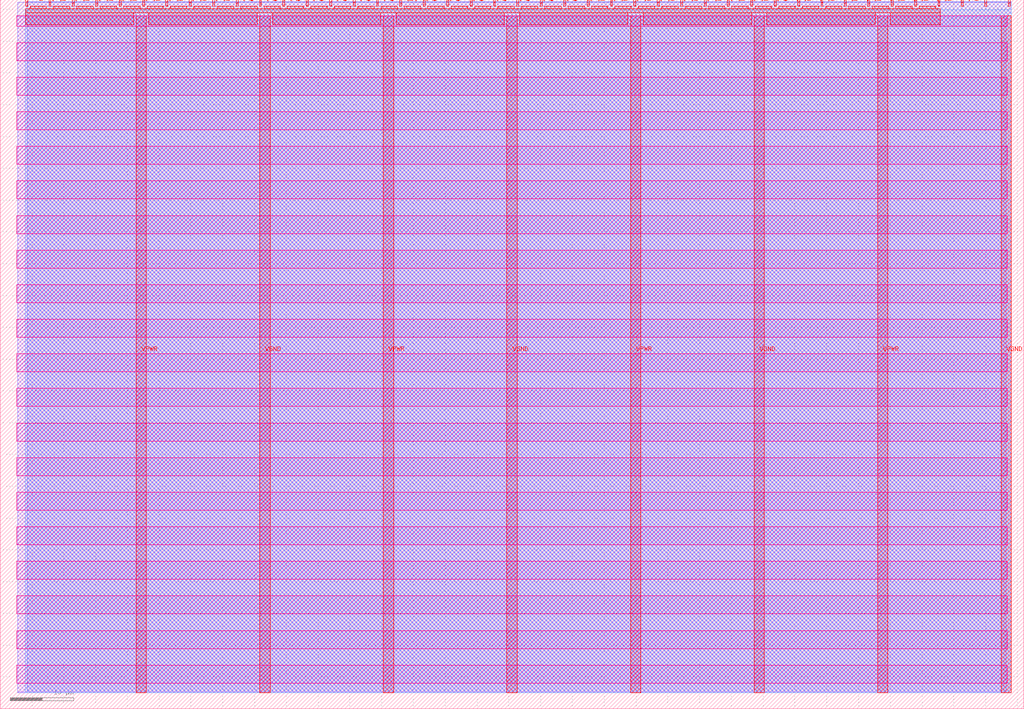
<source format=lef>
VERSION 5.7 ;
  NOWIREEXTENSIONATPIN ON ;
  DIVIDERCHAR "/" ;
  BUSBITCHARS "[]" ;
MACRO tt_um_wokwi_387720610194863105
  CLASS BLOCK ;
  FOREIGN tt_um_wokwi_387720610194863105 ;
  ORIGIN 0.000 0.000 ;
  SIZE 161.000 BY 111.520 ;
  PIN VGND
    DIRECTION INOUT ;
    USE GROUND ;
    PORT
      LAYER met4 ;
        RECT 40.830 2.480 42.430 109.040 ;
    END
    PORT
      LAYER met4 ;
        RECT 79.700 2.480 81.300 109.040 ;
    END
    PORT
      LAYER met4 ;
        RECT 118.570 2.480 120.170 109.040 ;
    END
    PORT
      LAYER met4 ;
        RECT 157.440 2.480 159.040 109.040 ;
    END
  END VGND
  PIN VPWR
    DIRECTION INOUT ;
    USE POWER ;
    PORT
      LAYER met4 ;
        RECT 21.395 2.480 22.995 109.040 ;
    END
    PORT
      LAYER met4 ;
        RECT 60.265 2.480 61.865 109.040 ;
    END
    PORT
      LAYER met4 ;
        RECT 99.135 2.480 100.735 109.040 ;
    END
    PORT
      LAYER met4 ;
        RECT 138.005 2.480 139.605 109.040 ;
    END
  END VPWR
  PIN clk
    DIRECTION INPUT ;
    USE SIGNAL ;
    PORT
      LAYER met4 ;
        RECT 154.870 110.520 155.170 111.520 ;
    END
  END clk
  PIN ena
    DIRECTION INPUT ;
    USE SIGNAL ;
    PORT
      LAYER met4 ;
        RECT 158.550 110.520 158.850 111.520 ;
    END
  END ena
  PIN rst_n
    DIRECTION INPUT ;
    USE SIGNAL ;
    PORT
      LAYER met4 ;
        RECT 151.190 110.520 151.490 111.520 ;
    END
  END rst_n
  PIN ui_in[0]
    DIRECTION INPUT ;
    USE SIGNAL ;
    ANTENNAGATEAREA 0.196500 ;
    PORT
      LAYER met4 ;
        RECT 147.510 110.520 147.810 111.520 ;
    END
  END ui_in[0]
  PIN ui_in[1]
    DIRECTION INPUT ;
    USE SIGNAL ;
    ANTENNAGATEAREA 0.196500 ;
    PORT
      LAYER met4 ;
        RECT 143.830 110.520 144.130 111.520 ;
    END
  END ui_in[1]
  PIN ui_in[2]
    DIRECTION INPUT ;
    USE SIGNAL ;
    ANTENNAGATEAREA 0.196500 ;
    PORT
      LAYER met4 ;
        RECT 140.150 110.520 140.450 111.520 ;
    END
  END ui_in[2]
  PIN ui_in[3]
    DIRECTION INPUT ;
    USE SIGNAL ;
    ANTENNAGATEAREA 0.196500 ;
    PORT
      LAYER met4 ;
        RECT 136.470 110.520 136.770 111.520 ;
    END
  END ui_in[3]
  PIN ui_in[4]
    DIRECTION INPUT ;
    USE SIGNAL ;
    ANTENNAGATEAREA 0.196500 ;
    PORT
      LAYER met4 ;
        RECT 132.790 110.520 133.090 111.520 ;
    END
  END ui_in[4]
  PIN ui_in[5]
    DIRECTION INPUT ;
    USE SIGNAL ;
    ANTENNAGATEAREA 0.196500 ;
    PORT
      LAYER met4 ;
        RECT 129.110 110.520 129.410 111.520 ;
    END
  END ui_in[5]
  PIN ui_in[6]
    DIRECTION INPUT ;
    USE SIGNAL ;
    ANTENNAGATEAREA 0.196500 ;
    PORT
      LAYER met4 ;
        RECT 125.430 110.520 125.730 111.520 ;
    END
  END ui_in[6]
  PIN ui_in[7]
    DIRECTION INPUT ;
    USE SIGNAL ;
    ANTENNAGATEAREA 0.196500 ;
    PORT
      LAYER met4 ;
        RECT 121.750 110.520 122.050 111.520 ;
    END
  END ui_in[7]
  PIN uio_in[0]
    DIRECTION INPUT ;
    USE SIGNAL ;
    PORT
      LAYER met4 ;
        RECT 118.070 110.520 118.370 111.520 ;
    END
  END uio_in[0]
  PIN uio_in[1]
    DIRECTION INPUT ;
    USE SIGNAL ;
    PORT
      LAYER met4 ;
        RECT 114.390 110.520 114.690 111.520 ;
    END
  END uio_in[1]
  PIN uio_in[2]
    DIRECTION INPUT ;
    USE SIGNAL ;
    PORT
      LAYER met4 ;
        RECT 110.710 110.520 111.010 111.520 ;
    END
  END uio_in[2]
  PIN uio_in[3]
    DIRECTION INPUT ;
    USE SIGNAL ;
    PORT
      LAYER met4 ;
        RECT 107.030 110.520 107.330 111.520 ;
    END
  END uio_in[3]
  PIN uio_in[4]
    DIRECTION INPUT ;
    USE SIGNAL ;
    PORT
      LAYER met4 ;
        RECT 103.350 110.520 103.650 111.520 ;
    END
  END uio_in[4]
  PIN uio_in[5]
    DIRECTION INPUT ;
    USE SIGNAL ;
    PORT
      LAYER met4 ;
        RECT 99.670 110.520 99.970 111.520 ;
    END
  END uio_in[5]
  PIN uio_in[6]
    DIRECTION INPUT ;
    USE SIGNAL ;
    PORT
      LAYER met4 ;
        RECT 95.990 110.520 96.290 111.520 ;
    END
  END uio_in[6]
  PIN uio_in[7]
    DIRECTION INPUT ;
    USE SIGNAL ;
    PORT
      LAYER met4 ;
        RECT 92.310 110.520 92.610 111.520 ;
    END
  END uio_in[7]
  PIN uio_oe[0]
    DIRECTION OUTPUT TRISTATE ;
    USE SIGNAL ;
    PORT
      LAYER met4 ;
        RECT 29.750 110.520 30.050 111.520 ;
    END
  END uio_oe[0]
  PIN uio_oe[1]
    DIRECTION OUTPUT TRISTATE ;
    USE SIGNAL ;
    PORT
      LAYER met4 ;
        RECT 26.070 110.520 26.370 111.520 ;
    END
  END uio_oe[1]
  PIN uio_oe[2]
    DIRECTION OUTPUT TRISTATE ;
    USE SIGNAL ;
    PORT
      LAYER met4 ;
        RECT 22.390 110.520 22.690 111.520 ;
    END
  END uio_oe[2]
  PIN uio_oe[3]
    DIRECTION OUTPUT TRISTATE ;
    USE SIGNAL ;
    PORT
      LAYER met4 ;
        RECT 18.710 110.520 19.010 111.520 ;
    END
  END uio_oe[3]
  PIN uio_oe[4]
    DIRECTION OUTPUT TRISTATE ;
    USE SIGNAL ;
    PORT
      LAYER met4 ;
        RECT 15.030 110.520 15.330 111.520 ;
    END
  END uio_oe[4]
  PIN uio_oe[5]
    DIRECTION OUTPUT TRISTATE ;
    USE SIGNAL ;
    PORT
      LAYER met4 ;
        RECT 11.350 110.520 11.650 111.520 ;
    END
  END uio_oe[5]
  PIN uio_oe[6]
    DIRECTION OUTPUT TRISTATE ;
    USE SIGNAL ;
    PORT
      LAYER met4 ;
        RECT 7.670 110.520 7.970 111.520 ;
    END
  END uio_oe[6]
  PIN uio_oe[7]
    DIRECTION OUTPUT TRISTATE ;
    USE SIGNAL ;
    PORT
      LAYER met4 ;
        RECT 3.990 110.520 4.290 111.520 ;
    END
  END uio_oe[7]
  PIN uio_out[0]
    DIRECTION OUTPUT TRISTATE ;
    USE SIGNAL ;
    PORT
      LAYER met4 ;
        RECT 59.190 110.520 59.490 111.520 ;
    END
  END uio_out[0]
  PIN uio_out[1]
    DIRECTION OUTPUT TRISTATE ;
    USE SIGNAL ;
    PORT
      LAYER met4 ;
        RECT 55.510 110.520 55.810 111.520 ;
    END
  END uio_out[1]
  PIN uio_out[2]
    DIRECTION OUTPUT TRISTATE ;
    USE SIGNAL ;
    PORT
      LAYER met4 ;
        RECT 51.830 110.520 52.130 111.520 ;
    END
  END uio_out[2]
  PIN uio_out[3]
    DIRECTION OUTPUT TRISTATE ;
    USE SIGNAL ;
    PORT
      LAYER met4 ;
        RECT 48.150 110.520 48.450 111.520 ;
    END
  END uio_out[3]
  PIN uio_out[4]
    DIRECTION OUTPUT TRISTATE ;
    USE SIGNAL ;
    PORT
      LAYER met4 ;
        RECT 44.470 110.520 44.770 111.520 ;
    END
  END uio_out[4]
  PIN uio_out[5]
    DIRECTION OUTPUT TRISTATE ;
    USE SIGNAL ;
    PORT
      LAYER met4 ;
        RECT 40.790 110.520 41.090 111.520 ;
    END
  END uio_out[5]
  PIN uio_out[6]
    DIRECTION OUTPUT TRISTATE ;
    USE SIGNAL ;
    PORT
      LAYER met4 ;
        RECT 37.110 110.520 37.410 111.520 ;
    END
  END uio_out[6]
  PIN uio_out[7]
    DIRECTION OUTPUT TRISTATE ;
    USE SIGNAL ;
    PORT
      LAYER met4 ;
        RECT 33.430 110.520 33.730 111.520 ;
    END
  END uio_out[7]
  PIN uo_out[0]
    DIRECTION OUTPUT TRISTATE ;
    USE SIGNAL ;
    ANTENNADIFFAREA 0.795200 ;
    PORT
      LAYER met4 ;
        RECT 88.630 110.520 88.930 111.520 ;
    END
  END uo_out[0]
  PIN uo_out[1]
    DIRECTION OUTPUT TRISTATE ;
    USE SIGNAL ;
    ANTENNADIFFAREA 0.445500 ;
    PORT
      LAYER met4 ;
        RECT 84.950 110.520 85.250 111.520 ;
    END
  END uo_out[1]
  PIN uo_out[2]
    DIRECTION OUTPUT TRISTATE ;
    USE SIGNAL ;
    ANTENNADIFFAREA 0.795200 ;
    PORT
      LAYER met4 ;
        RECT 81.270 110.520 81.570 111.520 ;
    END
  END uo_out[2]
  PIN uo_out[3]
    DIRECTION OUTPUT TRISTATE ;
    USE SIGNAL ;
    ANTENNADIFFAREA 0.445500 ;
    PORT
      LAYER met4 ;
        RECT 77.590 110.520 77.890 111.520 ;
    END
  END uo_out[3]
  PIN uo_out[4]
    DIRECTION OUTPUT TRISTATE ;
    USE SIGNAL ;
    ANTENNADIFFAREA 0.795200 ;
    PORT
      LAYER met4 ;
        RECT 73.910 110.520 74.210 111.520 ;
    END
  END uo_out[4]
  PIN uo_out[5]
    DIRECTION OUTPUT TRISTATE ;
    USE SIGNAL ;
    ANTENNADIFFAREA 0.795200 ;
    PORT
      LAYER met4 ;
        RECT 70.230 110.520 70.530 111.520 ;
    END
  END uo_out[5]
  PIN uo_out[6]
    DIRECTION OUTPUT TRISTATE ;
    USE SIGNAL ;
    ANTENNADIFFAREA 0.795200 ;
    PORT
      LAYER met4 ;
        RECT 66.550 110.520 66.850 111.520 ;
    END
  END uo_out[6]
  PIN uo_out[7]
    DIRECTION OUTPUT TRISTATE ;
    USE SIGNAL ;
    ANTENNADIFFAREA 0.795200 ;
    PORT
      LAYER met4 ;
        RECT 62.870 110.520 63.170 111.520 ;
    END
  END uo_out[7]
  OBS
      LAYER nwell ;
        RECT 2.570 107.385 158.430 108.990 ;
        RECT 2.570 101.945 158.430 104.775 ;
        RECT 2.570 96.505 158.430 99.335 ;
        RECT 2.570 91.065 158.430 93.895 ;
        RECT 2.570 85.625 158.430 88.455 ;
        RECT 2.570 80.185 158.430 83.015 ;
        RECT 2.570 74.745 158.430 77.575 ;
        RECT 2.570 69.305 158.430 72.135 ;
        RECT 2.570 63.865 158.430 66.695 ;
        RECT 2.570 58.425 158.430 61.255 ;
        RECT 2.570 52.985 158.430 55.815 ;
        RECT 2.570 47.545 158.430 50.375 ;
        RECT 2.570 42.105 158.430 44.935 ;
        RECT 2.570 36.665 158.430 39.495 ;
        RECT 2.570 31.225 158.430 34.055 ;
        RECT 2.570 25.785 158.430 28.615 ;
        RECT 2.570 20.345 158.430 23.175 ;
        RECT 2.570 14.905 158.430 17.735 ;
        RECT 2.570 9.465 158.430 12.295 ;
        RECT 2.570 4.025 158.430 6.855 ;
      LAYER li1 ;
        RECT 2.760 2.635 158.240 108.885 ;
      LAYER met1 ;
        RECT 2.760 2.480 159.040 111.140 ;
      LAYER met2 ;
        RECT 4.230 2.535 159.010 111.170 ;
      LAYER met3 ;
        RECT 3.950 2.555 159.030 109.985 ;
      LAYER met4 ;
        RECT 4.690 110.120 7.270 110.520 ;
        RECT 8.370 110.120 10.950 110.520 ;
        RECT 12.050 110.120 14.630 110.520 ;
        RECT 15.730 110.120 18.310 110.520 ;
        RECT 19.410 110.120 21.990 110.520 ;
        RECT 23.090 110.120 25.670 110.520 ;
        RECT 26.770 110.120 29.350 110.520 ;
        RECT 30.450 110.120 33.030 110.520 ;
        RECT 34.130 110.120 36.710 110.520 ;
        RECT 37.810 110.120 40.390 110.520 ;
        RECT 41.490 110.120 44.070 110.520 ;
        RECT 45.170 110.120 47.750 110.520 ;
        RECT 48.850 110.120 51.430 110.520 ;
        RECT 52.530 110.120 55.110 110.520 ;
        RECT 56.210 110.120 58.790 110.520 ;
        RECT 59.890 110.120 62.470 110.520 ;
        RECT 63.570 110.120 66.150 110.520 ;
        RECT 67.250 110.120 69.830 110.520 ;
        RECT 70.930 110.120 73.510 110.520 ;
        RECT 74.610 110.120 77.190 110.520 ;
        RECT 78.290 110.120 80.870 110.520 ;
        RECT 81.970 110.120 84.550 110.520 ;
        RECT 85.650 110.120 88.230 110.520 ;
        RECT 89.330 110.120 91.910 110.520 ;
        RECT 93.010 110.120 95.590 110.520 ;
        RECT 96.690 110.120 99.270 110.520 ;
        RECT 100.370 110.120 102.950 110.520 ;
        RECT 104.050 110.120 106.630 110.520 ;
        RECT 107.730 110.120 110.310 110.520 ;
        RECT 111.410 110.120 113.990 110.520 ;
        RECT 115.090 110.120 117.670 110.520 ;
        RECT 118.770 110.120 121.350 110.520 ;
        RECT 122.450 110.120 125.030 110.520 ;
        RECT 126.130 110.120 128.710 110.520 ;
        RECT 129.810 110.120 132.390 110.520 ;
        RECT 133.490 110.120 136.070 110.520 ;
        RECT 137.170 110.120 139.750 110.520 ;
        RECT 140.850 110.120 143.430 110.520 ;
        RECT 144.530 110.120 147.110 110.520 ;
        RECT 3.975 109.440 147.825 110.120 ;
        RECT 3.975 107.615 20.995 109.440 ;
        RECT 23.395 107.615 40.430 109.440 ;
        RECT 42.830 107.615 59.865 109.440 ;
        RECT 62.265 107.615 79.300 109.440 ;
        RECT 81.700 107.615 98.735 109.440 ;
        RECT 101.135 107.615 118.170 109.440 ;
        RECT 120.570 107.615 137.605 109.440 ;
        RECT 140.005 107.615 147.825 109.440 ;
  END
END tt_um_wokwi_387720610194863105
END LIBRARY


</source>
